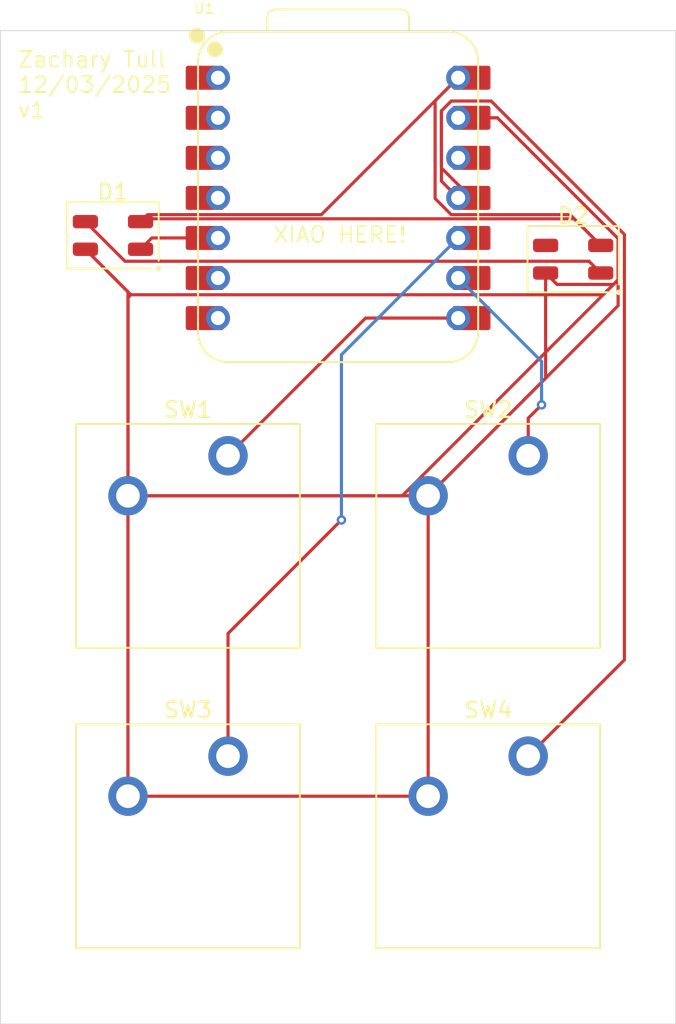
<source format=kicad_pcb>
(kicad_pcb (version 20241229) (generator "pcbnew") (generator_version "9.0")
  (layers (0 "F.Cu" signal) (2 "B.Cu" signal) (13 "F.Paste" user) (15 "B.Paste" user) (5 "F.SilkS" user "F.Silkscreen") (7 "B.SilkS" user "B.Silkscreen") (1 "F.Mask" user) (3 "B.Mask" user) (25 "Edge.Cuts" user))
  (net 0 "")
  (net 1 "Net-(D1-DIN)")
  (net 2 "GND")
  (net 3 "+5V")
  (net 4 "Net-(D1-DOUT)")
  (net 6 "Net-(U1-GPIO1{slash}RX)")
  (net 7 "Net-(U1-GPIO2{slash}SCK)")
  (net 8 "Net-(U1-GPIO4{slash}MISO)")
  (net 9 "Net-(U1-GPIO3{slash}MOSI)")
  (footprint "PCM_LED_SMD_AKL:LED_SK6812MINI_PLCC4_3.5x3.5mm_P1.75mm" (layer "F.Cu") (at 143.50625 70.5625)
    (property "Reference" "D2" (at 0 -2.75 0) (layer "F.SilkS"))
    (property "Value" "SK6812MINI" (hide yes))
    (fp_line (start -2.9 -2.1) (end -2.9 2.1) (stroke (width 0.12)) (layer "F.SilkS"))
    (fp_line (start -2.9 2.1) (end 2.4 2.1) (stroke (width 0.12)) (layer "F.SilkS"))
    (fp_line (start 2.9 -2.1) (end -2.9 -2.1) (stroke (width 0.12)) (layer "F.SilkS"))
    (fp_line (start 2.9 1.6) (end 2.9 -2.1) (stroke (width 0.12)) (layer "F.SilkS"))
    (fp_circle (center 2.9 2.1) (end 3 2.1) (stroke (width 0.15)) (fill yes) (layer "F.SilkS"))
    (pad "1" smd roundrect (at -1.75 -0.875) (size 1.6 0.85) (layers "F.Cu" "F.Mask" "F.Paste"))
    (pad "2" smd roundrect (at -1.75 0.875) (size 1.6 0.85) (layers "F.Cu" "F.Mask" "F.Paste") (net 2 "GND"))
    (pad "3" smd roundrect (at 1.75 0.875) (size 1.6 0.85) (layers "F.Cu" "F.Mask" "F.Paste") (net 4 "Net-(D1-DOUT)"))
    (pad "4" smd roundrect (at 1.75 -0.875) (size 1.6 0.85) (layers "F.Cu" "F.Mask" "F.Paste") (net 3 "+5V"))
  )
  (footprint "PCM_Switch_Keyboard_Cherry_MX:SW_Cherry_MX_PCB_1.00u" (layer "F.Cu") (at 138.1125 107.15625)
    (property "Reference" "SW4" (at 0 -8 0) (layer "F.SilkS"))
    (property "Value" "SW_Push")
    (fp_line (start -7.1 -7.1) (end -7.1 7.1) (stroke (width 0.12)) (layer "F.SilkS"))
    (fp_line (start -7.1 7.1) (end 7.1 7.1) (stroke (width 0.12)) (layer "F.SilkS"))
    (fp_line (start 7.1 -7.1) (end -7.1 -7.1) (stroke (width 0.12)) (layer "F.SilkS"))
    (fp_line (start 7.1 7.1) (end 7.1 -7.1) (stroke (width 0.12)) (layer "F.SilkS"))
    (pad "" np_thru_hole circle (at -5.08 0) (size 1.75 1.75) (drill 1.75) (layers "*.Cu" "*.Mask"))
    (pad "" np_thru_hole circle (at 0 0) (size 4 4) (drill 4) (layers "*.Cu" "*.Mask"))
    (pad "" np_thru_hole circle (at 5.08 0) (size 1.75 1.75) (drill 1.75) (layers "*.Cu" "*.Mask"))
    (pad "1" thru_hole circle (at -3.81 -2.54) (size 2.5 2.5) (drill 1.5) (layers "*.Cu" "*.Mask") (net 2 "GND"))
    (pad "2" thru_hole circle (at 2.54 -5.08) (size 2.5 2.5) (drill 1.5) (layers "*.Cu" "*.Mask") (net 9 "Net-(U1-GPIO3{slash}MOSI)"))
  )
  (footprint "PCM_Switch_Keyboard_Cherry_MX:SW_Cherry_MX_PCB_1.00u" (layer "F.Cu") (at 138.1125 88.10625)
    (property "Reference" "SW2" (at 0 -8 0) (layer "F.SilkS"))
    (property "Value" "SW_Push")
    (fp_line (start -7.1 -7.1) (end -7.1 7.1) (stroke (width 0.12)) (layer "F.SilkS"))
    (fp_line (start -7.1 7.1) (end 7.1 7.1) (stroke (width 0.12)) (layer "F.SilkS"))
    (fp_line (start 7.1 -7.1) (end -7.1 -7.1) (stroke (width 0.12)) (layer "F.SilkS"))
    (fp_line (start 7.1 7.1) (end 7.1 -7.1) (stroke (width 0.12)) (layer "F.SilkS"))
    (pad "" np_thru_hole circle (at -5.08 0) (size 1.75 1.75) (drill 1.75) (layers "*.Cu" "*.Mask"))
    (pad "" np_thru_hole circle (at 0 0) (size 4 4) (drill 4) (layers "*.Cu" "*.Mask"))
    (pad "" np_thru_hole circle (at 5.08 0) (size 1.75 1.75) (drill 1.75) (layers "*.Cu" "*.Mask"))
    (pad "1" thru_hole circle (at -3.81 -2.54) (size 2.5 2.5) (drill 1.5) (layers "*.Cu" "*.Mask") (net 2 "GND"))
    (pad "2" thru_hole circle (at 2.54 -5.08) (size 2.5 2.5) (drill 1.5) (layers "*.Cu" "*.Mask") (net 7 "Net-(U1-GPIO2{slash}SCK)"))
  )
  (footprint "OPL:XIAO-RP2040-DIP" (layer "F.Cu") (at 128.5875 66.675)
    (property "Reference" "U1" (at -8.5 -12 0) (layer "F.SilkS") (effects (font (size 0.635 0.635) (thickness 0.1016))))
    (property "Value" "XIAO-RP2040-DIP")
    (fp_line (start -8.89 8.509) (end -8.89 -8.636) (stroke (width 0.127)) (layer "F.SilkS"))
    (fp_line (start -6.985 10.414) (end 6.985 10.414) (stroke (width 0.127)) (layer "F.SilkS"))
    (fp_line (start -4.495 -10.541) (end -4.491272 -11.451272) (stroke (width 0.127)) (layer "F.SilkS"))
    (fp_line (start -3.991272 -11.951) (end 4.004 -11.951) (stroke (width 0.127)) (layer "F.SilkS"))
    (fp_line (start 4.504 -11.451) (end 4.504 -10.541) (stroke (width 0.127)) (layer "F.SilkS"))
    (fp_line (start 6.985 -10.541) (end -6.985 -10.541) (stroke (width 0.1)) (layer "F.SilkS"))
    (fp_line (start 6.985 -10.541) (end -6.985 -10.541) (stroke (width 0.127)) (layer "F.SilkS"))
    (fp_line (start 8.89 8.509) (end 8.89 -8.636) (stroke (width 0.127)) (layer "F.SilkS"))
    (fp_arc (start -8.89 -8.636) (mid -8.332038 -9.983038) (end -6.985 -10.541) (stroke (width 0.127)) (layer "F.SilkS"))
    (fp_arc (start -6.985 10.414) (mid -8.332038 9.856038) (end -8.89 8.509) (stroke (width 0.127)) (layer "F.SilkS"))
    (fp_arc (start -4.491272 -11.451272) (mid -4.344728 -11.80464) (end -3.991272 -11.951) (stroke (width 0.127)) (layer "F.SilkS"))
    (fp_arc (start 4.004 -11.951) (mid 4.357553 -11.804553) (end 4.504 -11.451) (stroke (width 0.127)) (layer "F.SilkS"))
    (fp_arc (start 6.985 -10.541) (mid 8.332038 -9.983038) (end 8.89 -8.636) (stroke (width 0.127)) (layer "F.SilkS"))
    (fp_arc (start 8.89 8.509) (mid 8.332038 9.856038) (end 6.985 10.414) (stroke (width 0.127)) (layer "F.SilkS"))
    (fp_circle (center -8.95 -10.3) (end -8.95 -10.554) (stroke (width 0.5)) (fill yes) (layer "F.SilkS"))
    (fp_circle (center -7.807 -9.42) (end -7.807 -9.674) (stroke (width 0.5)) (fill yes) (layer "F.SilkS"))
    (pad "1" smd roundrect (at -8.455 -7.62 180) (size 2.432 1.524) (layers "F.Cu" "F.Mask") (roundrect_rratio 0.1))
    (pad "1" thru_hole circle (at -7.62 -7.62 180) (size 1.524 1.524) (drill 0.889) (layers "*.Cu" "*.Mask"))
    (pad "2" smd roundrect (at -8.455 -5.08 180) (size 2.432 1.524) (layers "F.Cu" "F.Mask") (roundrect_rratio 0.1))
    (pad "2" thru_hole circle (at -7.62 -5.08 180) (size 1.524 1.524) (drill 0.889) (layers "*.Cu" "*.Mask"))
    (pad "3" smd roundrect (at -8.455 -2.54 180) (size 2.432 1.524) (layers "F.Cu" "F.Mask") (roundrect_rratio 0.1))
    (pad "3" thru_hole circle (at -7.62 -2.54 180) (size 1.524 1.524) (drill 0.889) (layers "*.Cu" "*.Mask"))
    (pad "4" smd roundrect (at -8.455 0 180) (size 2.432 1.524) (layers "F.Cu" "F.Mask") (roundrect_rratio 0.1))
    (pad "4" thru_hole circle (at -7.62 0 180) (size 1.524 1.524) (drill 0.889) (layers "*.Cu" "*.Mask"))
    (pad "5" smd roundrect (at -8.455 2.54 180) (size 2.432 1.524) (layers "F.Cu" "F.Mask") (roundrect_rratio 0.1) (net 1 "Net-(D1-DIN)"))
    (pad "5" thru_hole circle (at -7.62 2.54 180) (size 1.524 1.524) (drill 0.889) (layers "*.Cu" "*.Mask") (net 1 "Net-(D1-DIN)"))
    (pad "6" smd roundrect (at -8.455 5.08 180) (size 2.432 1.524) (layers "F.Cu" "F.Mask") (roundrect_rratio 0.1))
    (pad "6" thru_hole circle (at -7.62 5.08 180) (size 1.524 1.524) (drill 0.889) (layers "*.Cu" "*.Mask"))
    (pad "7" smd roundrect (at -8.455 7.62 180) (size 2.432 1.524) (layers "F.Cu" "F.Mask") (roundrect_rratio 0.1))
    (pad "7" thru_hole circle (at -7.62 7.62 180) (size 1.524 1.524) (drill 0.889) (layers "*.Cu" "*.Mask"))
    (pad "8" thru_hole circle (at 7.62 7.62) (size 1.524 1.524) (drill 0.889) (layers "*.Cu" "*.Mask") (net 6 "Net-(U1-GPIO1{slash}RX)"))
    (pad "8" smd roundrect (at 8.455 7.62) (size 2.432 1.524) (layers "F.Cu" "F.Mask") (roundrect_rratio 0.1) (net 6 "Net-(U1-GPIO1{slash}RX)"))
    (pad "9" thru_hole circle (at 7.62 5.08) (size 1.524 1.524) (drill 0.889) (layers "*.Cu" "*.Mask") (net 7 "Net-(U1-GPIO2{slash}SCK)"))
    (pad "9" smd roundrect (at 8.455 5.08) (size 2.432 1.524) (layers "F.Cu" "F.Mask") (roundrect_rratio 0.1) (net 7 "Net-(U1-GPIO2{slash}SCK)"))
    (pad "10" thru_hole circle (at 7.62 2.54) (size 1.524 1.524) (drill 0.889) (layers "*.Cu" "*.Mask") (net 8 "Net-(U1-GPIO4{slash}MISO)"))
    (pad "10" smd roundrect (at 8.455 2.54) (size 2.432 1.524) (layers "F.Cu" "F.Mask") (roundrect_rratio 0.1) (net 8 "Net-(U1-GPIO4{slash}MISO)"))
    (pad "11" thru_hole circle (at 7.62 0) (size 1.524 1.524) (drill 0.889) (layers "*.Cu" "*.Mask") (net 9 "Net-(U1-GPIO3{slash}MOSI)"))
    (pad "11" smd roundrect (at 8.455 0) (size 2.432 1.524) (layers "F.Cu" "F.Mask") (roundrect_rratio 0.1) (net 9 "Net-(U1-GPIO3{slash}MOSI)"))
    (pad "12" thru_hole circle (at 7.62 -2.54) (size 1.524 1.524) (drill 0.889) (layers "*.Cu" "*.Mask"))
    (pad "12" smd roundrect (at 8.455 -2.54) (size 2.432 1.524) (layers "F.Cu" "F.Mask") (roundrect_rratio 0.1))
    (pad "13" thru_hole circle (at 7.62 -5.08) (size 1.524 1.524) (drill 0.889) (layers "*.Cu" "*.Mask") (net 2 "GND"))
    (pad "13" smd roundrect (at 8.455 -5.08) (size 2.432 1.524) (layers "F.Cu" "F.Mask") (roundrect_rratio 0.1) (net 2 "GND"))
    (pad "14" thru_hole circle (at 7.62 -7.62) (size 1.524 1.524) (drill 0.889) (layers "*.Cu" "*.Mask") (net 3 "+5V"))
    (pad "14" smd roundrect (at 8.455 -7.62) (size 2.432 1.524) (layers "F.Cu" "F.Mask") (roundrect_rratio 0.1) (net 3 "+5V"))
  )
  (footprint "PCM_Switch_Keyboard_Cherry_MX:SW_Cherry_MX_PCB_1.00u" (layer "F.Cu") (at 119.0625 88.10625)
    (property "Reference" "SW1" (at 0 -8 0) (layer "F.SilkS"))
    (property "Value" "SW_Push")
    (fp_line (start -7.1 -7.1) (end -7.1 7.1) (stroke (width 0.12)) (layer "F.SilkS"))
    (fp_line (start -7.1 7.1) (end 7.1 7.1) (stroke (width 0.12)) (layer "F.SilkS"))
    (fp_line (start 7.1 -7.1) (end -7.1 -7.1) (stroke (width 0.12)) (layer "F.SilkS"))
    (fp_line (start 7.1 7.1) (end 7.1 -7.1) (stroke (width 0.12)) (layer "F.SilkS"))
    (pad "" np_thru_hole circle (at -5.08 0) (size 1.75 1.75) (drill 1.75) (layers "*.Cu" "*.Mask"))
    (pad "" np_thru_hole circle (at 0 0) (size 4 4) (drill 4) (layers "*.Cu" "*.Mask"))
    (pad "" np_thru_hole circle (at 5.08 0) (size 1.75 1.75) (drill 1.75) (layers "*.Cu" "*.Mask"))
    (pad "1" thru_hole circle (at -3.81 -2.54) (size 2.5 2.5) (drill 1.5) (layers "*.Cu" "*.Mask") (net 2 "GND"))
    (pad "2" thru_hole circle (at 2.54 -5.08) (size 2.5 2.5) (drill 1.5) (layers "*.Cu" "*.Mask") (net 6 "Net-(U1-GPIO1{slash}RX)"))
  )
  (footprint "PCM_LED_SMD_AKL:LED_SK6812MINI_PLCC4_3.5x3.5mm_P1.75mm" (layer "F.Cu") (at 114.3 69.05625)
    (property "Reference" "D1" (at 0 -2.75 0) (layer "F.SilkS"))
    (property "Value" "SK6812MINI" (hide yes))
    (fp_line (start -2.9 -2.1) (end -2.9 2.1) (stroke (width 0.12)) (layer "F.SilkS"))
    (fp_line (start -2.9 2.1) (end 2.4 2.1) (stroke (width 0.12)) (layer "F.SilkS"))
    (fp_line (start 2.9 -2.1) (end -2.9 -2.1) (stroke (width 0.12)) (layer "F.SilkS"))
    (fp_line (start 2.9 1.6) (end 2.9 -2.1) (stroke (width 0.12)) (layer "F.SilkS"))
    (fp_circle (center 2.9 2.1) (end 3 2.1) (stroke (width 0.15)) (fill yes) (layer "F.SilkS"))
    (pad "1" smd roundrect (at -1.75 -0.875) (size 1.6 0.85) (layers "F.Cu" "F.Mask" "F.Paste") (net 4 "Net-(D1-DOUT)"))
    (pad "2" smd roundrect (at -1.75 0.875) (size 1.6 0.85) (layers "F.Cu" "F.Mask" "F.Paste") (net 2 "GND"))
    (pad "3" smd roundrect (at 1.75 0.875) (size 1.6 0.85) (layers "F.Cu" "F.Mask" "F.Paste") (net 1 "Net-(D1-DIN)"))
    (pad "4" smd roundrect (at 1.75 -0.875) (size 1.6 0.85) (layers "F.Cu" "F.Mask" "F.Paste") (net 3 "+5V"))
  )
  (footprint "PCM_Switch_Keyboard_Cherry_MX:SW_Cherry_MX_PCB_1.00u" (layer "F.Cu") (at 119.0625 107.15625)
    (property "Reference" "SW3" (at 0 -8 0) (layer "F.SilkS"))
    (property "Value" "SW_Push")
    (fp_line (start -7.1 -7.1) (end -7.1 7.1) (stroke (width 0.12)) (layer "F.SilkS"))
    (fp_line (start -7.1 7.1) (end 7.1 7.1) (stroke (width 0.12)) (layer "F.SilkS"))
    (fp_line (start 7.1 -7.1) (end -7.1 -7.1) (stroke (width 0.12)) (layer "F.SilkS"))
    (fp_line (start 7.1 7.1) (end 7.1 -7.1) (stroke (width 0.12)) (layer "F.SilkS"))
    (pad "" np_thru_hole circle (at -5.08 0) (size 1.75 1.75) (drill 1.75) (layers "*.Cu" "*.Mask"))
    (pad "" np_thru_hole circle (at 0 0) (size 4 4) (drill 4) (layers "*.Cu" "*.Mask"))
    (pad "" np_thru_hole circle (at 5.08 0) (size 1.75 1.75) (drill 1.75) (layers "*.Cu" "*.Mask"))
    (pad "1" thru_hole circle (at -3.81 -2.54) (size 2.5 2.5) (drill 1.5) (layers "*.Cu" "*.Mask") (net 2 "GND"))
    (pad "2" thru_hole circle (at 2.54 -5.08) (size 2.5 2.5) (drill 1.5) (layers "*.Cu" "*.Mask") (net 8 "Net-(U1-GPIO4{slash}MISO)"))
  )
  (gr_rect (start 107.15625 56.06875) (end 150.01875 119.0625) (stroke (width 0.05)) (fill no) (layer "Edge.Cuts"))
  (gr_text "XIAO HERE!" (at 124.4 69.6 0) (layer "F.SilkS") (effects (font (size 1 1) (thickness 0.125)) (justify left bottom)))
  (gr_text "Zachary Tull\n12/03/2025\nv1" (at 108.2 61.7 0) (layer "F.SilkS") (effects (font (size 1 1) (thickness 0.125)) (justify left bottom)))
  (segment (start 116.76625 69.215) (end 116.05 69.93125) (width 0.2) (layer "F.Cu") (net 1))
  (segment (start 120.9675 69.215) (end 116.76625 69.215) (width 0.2) (layer "F.Cu") (net 1))
  (segment (start 115.2525 104.61625) (end 115.2525 85.56625) (width 0.2) (layer "F.Cu") (net 2))
  (segment (start 115.2525 85.56625) (end 115.2525 72.63375) (width 0.2) (layer "F.Cu") (net 2))
  (segment (start 146.35725 71.868586) (end 145.407836 72.818) (width 0.2) (layer "F.Cu") (net 2))
  (segment (start 138.695836 61.595) (end 146.35725 69.256414) (width 0.2) (layer "F.Cu") (net 2))
  (segment (start 146.35725 69.256414) (end 146.35725 71.868586) (width 0.2) (layer "F.Cu") (net 2))
  (segment (start 137.0425 61.595) (end 138.695836 61.595) (width 0.2) (layer "F.Cu") (net 2))
  (segment (start 115.2525 73.00225) (end 115.43675 72.818) (width 0.2) (layer "F.Cu") (net 2))
  (segment (start 134.3025 85.56625) (end 115.2525 85.56625) (width 0.2) (layer "F.Cu") (net 2))
  (segment (start 132.659586 85.56625) (end 115.2525 85.56625) (width 0.2) (layer "F.Cu") (net 2))
  (segment (start 146.35725 73.5115) (end 134.3025 85.56625) (width 0.2) (layer "F.Cu") (net 2))
  (segment (start 134.3025 85.56625) (end 134.3025 104.61625) (width 0.2) (layer "F.Cu") (net 2))
  (segment (start 142.48225 72.1635) (end 141.75625 71.4375) (width 0.2) (layer "F.Cu") (net 2))
  (segment (start 115.2525 85.56625) (end 115.2525 73.00225) (width 0.2) (layer "F.Cu") (net 2))
  (segment (start 146.35725 71.868586) (end 132.659586 85.56625) (width 0.2) (layer "F.Cu") (net 2))
  (segment (start 146.35725 69.256414) (end 146.35725 73.5115) (width 0.2) (layer "F.Cu") (net 2))
  (segment (start 136.2075 61.595) (end 138.695836 61.595) (width 0.2) (layer "F.Cu") (net 2))
  (segment (start 115.2525 72.63375) (end 112.55 69.93125) (width 0.2) (layer "F.Cu") (net 2))
  (segment (start 134.3025 85.56625) (end 141.75625 78.1125) (width 0.2) (layer "F.Cu") (net 2))
  (segment (start 134.3025 104.61625) (end 115.2525 104.61625) (width 0.2) (layer "F.Cu") (net 2))
  (segment (start 146.35725 71.868586) (end 146.062336 72.1635) (width 0.2) (layer "F.Cu") (net 2))
  (segment (start 141.75625 78.1125) (end 141.75625 71.4375) (width 0.2) (layer "F.Cu") (net 2))
  (segment (start 115.43675 72.818) (end 112.55 69.93125) (width 0.2) (layer "F.Cu") (net 2))
  (segment (start 146.062336 72.1635) (end 142.48225 72.1635) (width 0.2) (layer "F.Cu") (net 2))
  (segment (start 145.407836 72.818) (end 115.43675 72.818) (width 0.2) (layer "F.Cu") (net 2))
  (segment (start 116.23125 68) (end 116.05 68.18125) (width 0.2) (layer "F.Cu") (net 3))
  (segment (start 116.49325 67.738) (end 127.5245 67.738) (width 0.2) (layer "F.Cu") (net 3))
  (segment (start 143.30675 67.738) (end 145.25625 69.6875) (width 0.2) (layer "F.Cu") (net 3))
  (segment (start 127.5245 67.738) (end 136.2075 59.055) (width 0.2) (layer "F.Cu") (net 3))
  (segment (start 134.7435 60.519) (end 134.7435 66.71431) (width 0.2) (layer "F.Cu") (net 3))
  (segment (start 136.2075 59.055) (end 134.7435 60.519) (width 0.2) (layer "F.Cu") (net 3))
  (segment (start 135.76719 67.738) (end 143.30675 67.738) (width 0.2) (layer "F.Cu") (net 3))
  (segment (start 145.25625 69.6875) (end 143.56875 68) (width 0.2) (layer "F.Cu") (net 3))
  (segment (start 116.05 68.18125) (end 116.49325 67.738) (width 0.2) (layer "F.Cu") (net 3))
  (segment (start 134.7435 66.71431) (end 135.76719 67.738) (width 0.2) (layer "F.Cu") (net 3))
  (segment (start 143.56875 68) (end 116.23125 68) (width 0.2) (layer "F.Cu") (net 3))
  (segment (start 144.51075 70.692) (end 145.25625 71.4375) (width 0.2) (layer "F.Cu") (net 4))
  (segment (start 112.55 68.18125) (end 115.06075 70.692) (width 0.2) (layer "F.Cu") (net 4))
  (segment (start 115.06075 70.692) (end 144.51075 70.692) (width 0.2) (layer "F.Cu") (net 4))
  (segment (start 136.2075 74.295) (end 130.33375 74.295) (width 0.2) (layer "F.Cu") (net 6))
  (segment (start 130.33375 74.295) (end 121.6025 83.02625) (width 0.2) (layer "F.Cu") (net 6))
  (segment (start 140.6525 83.02625) (end 140.6525 80.6475) (width 0.2) (layer "F.Cu") (net 7))
  (segment (start 140.6525 80.6475) (end 141.5 79.8) (width 0.2) (layer "F.Cu") (net 7))
  (via (at 141.5 79.8) (size 0.6) (drill 0.3) (layers "F.Cu" "B.Cu") (net 7))
  (segment (start 141.5 79.8) (end 141.5 77.0475) (width 0.2) (layer "B.Cu") (net 7))
  (segment (start 141.5 77.0475) (end 136.2075 71.755) (width 0.2) (layer "B.Cu") (net 7))
  (segment (start 121.6025 94.2975) (end 128.8 87.1) (width 0.2) (layer "F.Cu") (net 8))
  (segment (start 121.6025 102.07625) (end 121.6025 94.2975) (width 0.2) (layer "F.Cu") (net 8))
  (via (at 128.8 87.1) (size 0.6) (drill 0.3) (layers "F.Cu" "B.Cu") (net 8))
  (segment (start 128.8 87.1) (end 128.8 76.6225) (width 0.2) (layer "B.Cu") (net 8))
  (segment (start 128.8 76.6225) (end 136.2075 69.215) (width 0.2) (layer "B.Cu") (net 8))
  (segment (start 135.1445 65.612) (end 136.2075 66.675) (width 0.2) (layer "F.Cu") (net 9))
  (segment (start 146.75825 95.9705) (end 146.75825 68.992124) (width 0.2) (layer "F.Cu") (net 9))
  (segment (start 135.1445 64.777) (end 137.0425 66.675) (width 0.2) (layer "F.Cu") (net 9))
  (segment (start 146.75825 68.992124) (end 138.298126 60.532) (width 0.2) (layer "F.Cu") (net 9))
  (segment (start 140.6525 102.07625) (end 146.75825 95.9705) (width 0.2) (layer "F.Cu") (net 9))
  (segment (start 135.1445 61.15469) (end 135.1445 65.612) (width 0.2) (layer "F.Cu") (net 9))
  (segment (start 138.298126 60.532) (end 135.76719 60.532) (width 0.2) (layer "F.Cu") (net 9))
  (segment (start 135.1445 61.15469) (end 135.1445 64.777) (width 0.2) (layer "F.Cu") (net 9))
  (segment (start 135.76719 60.532) (end 135.1445 61.15469) (width 0.2) (layer "F.Cu") (net 9))
)
</source>
